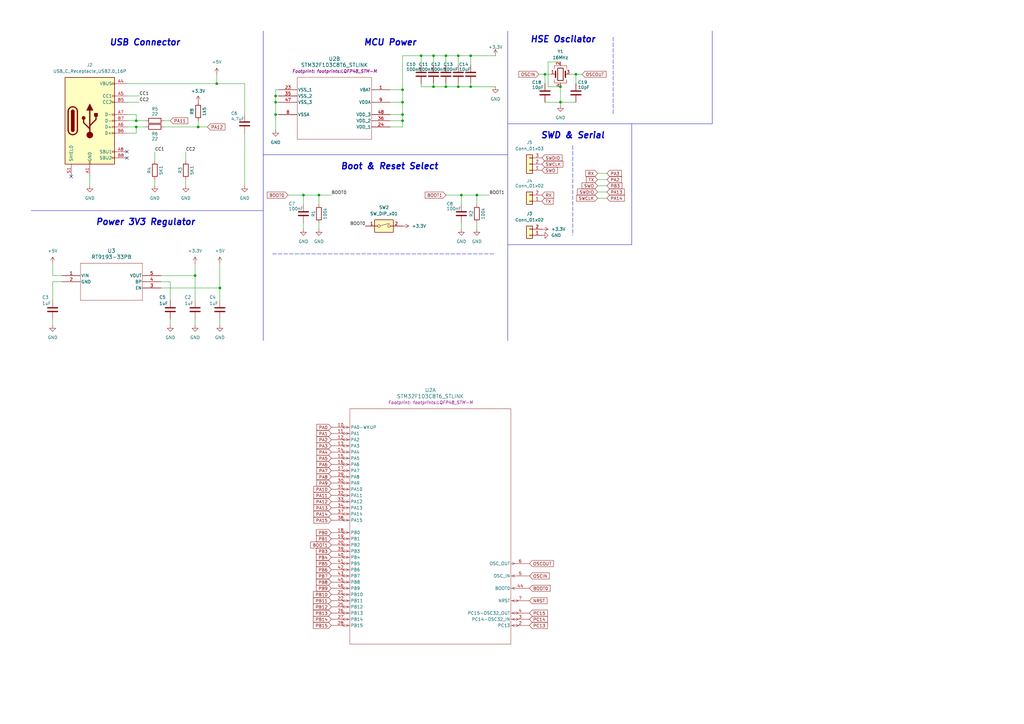
<source format=kicad_sch>
(kicad_sch (version 20250114) (generator "eeschema") (generator_version "9.0")
  (paper "A3")
  (lib_symbols
    (symbol "2025-06-20_10-13-16:STM32F103C8T6" (pin_names (offset 0.254))
      (property "Reference" "U" (at 40.64 12.7 0))
      (property "Value" "STM32F103C8T6" (at 40.64 10.16 0))
      (symbol "STM32F103C8T6_1_1"
        (pin bidirectional line (at 0 0 0) (length 7.62) (name "PA0-WKUP") (number "10"))
        (pin bidirectional line (at 0 -2.54 0) (length 7.62) (name "PA1") (number "11"))
        (pin bidirectional line (at 0 -5.08 0) (length 7.62) (name "PA2") (number "12"))
        (pin bidirectional line (at 0 -7.62 0) (length 7.62) (name "PA3") (number "13"))
        (pin bidirectional line (at 0 -10.16 0) (length 7.62) (name "PA4") (number "14"))
        (pin bidirectional line (at 0 -12.7 0) (length 7.62) (name "PA5") (number "15"))
        (pin bidirectional line (at 0 -15.24 0) (length 7.62) (name "PA6") (number "16"))
        (pin bidirectional line (at 0 -17.78 0) (length 7.62) (name "PA7") (number "17"))
        (pin bidirectional line (at 0 -20.32 0) (length 7.62) (name "PA8") (number "29"))
        (pin bidirectional line (at 0 -22.86 0) (length 7.62) (name "PA9") (number "30"))
        (pin bidirectional line (at 0 -25.4 0) (length 7.62) (name "PA10") (number "31"))
        (pin bidirectional line (at 0 -27.94 0) (length 7.62) (name "PA11") (number "32"))
        (pin bidirectional line (at 0 -30.48 0) (length 7.62) (name "PA12") (number "33"))
        (pin bidirectional line (at 0 -33.02 0) (length 7.62) (name "PA13") (number "34"))
        (pin bidirectional line (at 0 -35.56 0) (length 7.62) (name "PA14") (number "37"))
        (pin bidirectional line (at 0 -38.1 0) (length 7.62) (name "PA15") (number "38"))
        (pin bidirectional line (at 0 -43.18 0) (length 7.62) (name "PB0") (number "18"))
        (pin bidirectional line (at 0 -45.72 0) (length 7.62) (name "PB1") (number "19"))
        (pin bidirectional line (at 0 -48.26 0) (length 7.62) (name "PB2") (number "20"))
        (pin bidirectional line (at 0 -50.8 0) (length 7.62) (name "PB3") (number "39"))
        (pin bidirectional line (at 0 -53.34 0) (length 7.62) (name "PB4") (number "40"))
        (pin bidirectional line (at 0 -55.88 0) (length 7.62) (name "PB5") (number "41"))
        (pin bidirectional line (at 0 -58.42 0) (length 7.62) (name "PB6") (number "42"))
        (pin bidirectional line (at 0 -60.96 0) (length 7.62) (name "PB7") (number "43"))
        (pin bidirectional line (at 0 -63.5 0) (length 7.62) (name "PB8") (number "45"))
        (pin bidirectional line (at 0 -66.04 0) (length 7.62) (name "PB9") (number "46"))
        (pin bidirectional line (at 0 -68.58 0) (length 7.62) (name "PB10") (number "21"))
        (pin bidirectional line (at 0 -71.12 0) (length 7.62) (name "PB11") (number "22"))
        (pin bidirectional line (at 0 -73.66 0) (length 7.62) (name "PB12") (number "25"))
        (pin bidirectional line (at 0 -76.2 0) (length 7.62) (name "PB13") (number "26"))
        (pin bidirectional line (at 0 -78.74 0) (length 7.62) (name "PB14") (number "27"))
        (pin bidirectional line (at 0 -81.28 0) (length 7.62) (name "PB15") (number "28"))
        (pin output line (at 81.28 -55.88 180) (length 7.62) (name "OSC_OUT") (number "6"))
        (pin input line (at 81.28 -60.96 180) (length 7.62) (name "OSC_IN") (number "5"))
        (pin input line (at 81.28 -66.04 180) (length 7.62) (name "BOOT0") (number "44"))
        (pin bidirectional line (at 81.28 -71.12 180) (length 7.62) (name "NRST") (number "7"))
        (pin bidirectional line (at 81.28 -76.2 180) (length 7.62) (name "PC15-OSC32_OUT") (number "4"))
        (pin bidirectional line (at 81.28 -78.74 180) (length 7.62) (name "PC14-OSC32_IN") (number "3"))
        (pin bidirectional line (at 81.28 -81.28 180) (length 7.62) (name "PC13") (number "2"))
      )
      (symbol "STM32F103C8T6_2_1"
        (pin power_in line (at 0 0 0) (length 7.62) (name "VSS_1") (number "23"))
        (pin power_in line (at 0 -2.54 0) (length 7.62) (name "VSS_2") (number "35"))
        (pin power_in line (at 0 -5.08 0) (length 7.62) (name "VSS_3") (number "47"))
        (pin power_in line (at 0 -10.16 0) (length 7.62) (name "VSSA") (number "8"))
        (pin power_in line (at 45.72 0 180) (length 7.62) (name "VBAT") (number "1"))
        (pin power_in line (at 45.72 -5.08 180) (length 7.62) (name "VDDA") (number "9"))
        (pin power_in line (at 45.72 -10.16 180) (length 7.62) (name "VDD_3") (number "48"))
        (pin power_in line (at 45.72 -12.7 180) (length 7.62) (name "VDD_2") (number "36"))
        (pin power_in line (at 45.72 -15.24 180) (length 7.62) (name "VDD_1") (number "24"))
      )
    )
    (symbol "2025-06-20_11-18-11:RT9193-33PB" (pin_names (offset 0.254))
      (property "Reference" "U" (at 20.32 10.16 0))
      (property "Value" "RT9193-33PB" (at 20.32 7.62 0))
      (symbol "RT9193-33PB_0_1"
        (pin power_in line (at 0 0 0) (length 7.62) (name "VIN") (number "1"))
        (pin power_out line (at 0 -2.54 0) (length 7.62) (name "GND") (number "2"))
        (pin output line (at 40.64 0 180) (length 7.62) (name "VOUT") (number "5"))
        (pin unspecified line (at 40.64 -2.54 180) (length 7.62) (name "BP") (number "4"))
        (pin input line (at 40.64 -5.08 180) (length 7.62) (name "EN") (number "3"))
      )
    )
    (symbol "Connector:USB_C_Receptacle_USB2.0_16P" (pin_names (offset 1.016))
      (property "Reference" "J" (at 0 22.225 0))
      (property "Value" "USB_C_Receptacle_USB2.0_16P" (at 0 19.685 0))
      (symbol "USB_C_Receptacle_USB2.0_16P_1_1"
        (pin passive line (at -7.62 -22.86 90) (length 5.08) (name "SHIELD") (number "S1"))
        (pin passive line (at 0 -22.86 90) (length 5.08) (name "GND") (number "A1"))
        (pin passive line (at 0 -22.86 90) (length 5.08) (hide yes) (name "GND") (number "A12"))
        (pin passive line (at 0 -22.86 90) (length 5.08) (hide yes) (name "GND") (number "B1"))
        (pin passive line (at 0 -22.86 90) (length 5.08) (hide yes) (name "GND") (number "B12"))
        (pin passive line (at 15.24 15.24 180) (length 5.08) (name "VBUS") (number "A4"))
        (pin passive line (at 15.24 15.24 180) (length 5.08) (hide yes) (name "VBUS") (number "A9"))
        (pin passive line (at 15.24 15.24 180) (length 5.08) (hide yes) (name "VBUS") (number "B4"))
        (pin passive line (at 15.24 15.24 180) (length 5.08) (hide yes) (name "VBUS") (number "B9"))
        (pin bidirectional line (at 15.24 10.16 180) (length 5.08) (name "CC1") (number "A5"))
        (pin bidirectional line (at 15.24 7.62 180) (length 5.08) (name "CC2") (number "B5"))
        (pin bidirectional line (at 15.24 2.54 180) (length 5.08) (name "D-") (number "A7"))
        (pin bidirectional line (at 15.24 0 180) (length 5.08) (name "D-") (number "B7"))
        (pin bidirectional line (at 15.24 -2.54 180) (length 5.08) (name "D+") (number "A6"))
        (pin bidirectional line (at 15.24 -5.08 180) (length 5.08) (name "D+") (number "B6"))
        (pin bidirectional line (at 15.24 -12.7 180) (length 5.08) (name "SBU1") (number "A8"))
        (pin bidirectional line (at 15.24 -15.24 180) (length 5.08) (name "SBU2") (number "B8"))
      )
    )
    (symbol "Connector_Generic:Conn_01x02" (pin_names (offset 1.016) (hide yes))
      (property "Reference" "J" (at 0 2.54 0))
      (property "Value" "Conn_01x02" (at 0 -5.08 0))
      (symbol "Conn_01x02_1_1"
        (pin passive line (at -5.08 0 0) (length 3.81) (name "Pin_1") (number "1"))
        (pin passive line (at -5.08 -2.54 0) (length 3.81) (name "Pin_2") (number "2"))
      )
    )
    (symbol "Connector_Generic:Conn_01x03" (pin_names (offset 1.016) (hide yes))
      (property "Reference" "J" (at 0 5.08 0))
      (property "Value" "Conn_01x03" (at 0 -5.08 0))
      (symbol "Conn_01x03_1_1"
        (pin passive line (at -5.08 2.54 0) (length 3.81) (name "Pin_1") (number "1"))
        (pin passive line (at -5.08 0 0) (length 3.81) (name "Pin_2") (number "2"))
        (pin passive line (at -5.08 -2.54 0) (length 3.81) (name "Pin_3") (number "3"))
      )
    )
    (symbol "Device:C" (pin_numbers (hide yes)) (pin_names (offset 0.254))
      (property "Reference" "C" (at 0.635 2.54 0))
      (property "Value" "C" (at 0.635 -2.54 0))
      (symbol "C_1_1"
        (pin passive line (at 0 3.81 270) (length 2.794) (name "~") (number "1"))
        (pin passive line (at 0 -3.81 90) (length 2.794) (name "~") (number "2"))
      )
    )
    (symbol "Device:Crystal_GND24" (pin_names (offset 1.016) (hide yes))
      (property "Reference" "Y" (at 3.175 5.08 0))
      (property "Value" "Crystal_GND24" (at 3.175 3.175 0))
      (symbol "Crystal_GND24_1_1"
        (pin passive line (at -3.81 0 0) (length 1.27) (name "1") (number "1"))
        (pin passive line (at 0 5.08 270) (length 1.27) (name "2") (number "2"))
        (pin passive line (at 0 -5.08 90) (length 1.27) (name "4") (number "4"))
        (pin passive line (at 3.81 0 180) (length 1.27) (name "3") (number "3"))
      )
    )
    (symbol "Device:R" (pin_numbers (hide yes)) (pin_names (offset 0))
      (property "Reference" "R" (at 2.032 0 90))
      (property "Value" "R" (at 0 0 90))
      (symbol "R_1_1"
        (pin passive line (at 0 3.81 270) (length 1.27) (name "~") (number "1"))
        (pin passive line (at 0 -3.81 90) (length 1.27) (name "~") (number "2"))
      )
    )
    (symbol "Switch:SW_DIP_x01" (pin_names (offset 0) (hide yes))
      (property "Reference" "SW" (at 0 3.81 0))
      (property "Value" "SW_DIP_x01" (at 0 -3.81 0))
      (symbol "SW_DIP_x01_1_1"
        (pin passive line (at -7.62 0 0) (length 5.08) (name "~") (number "1"))
        (pin passive line (at 7.62 0 180) (length 5.08) (name "~") (number "2"))
      )
    )
    (symbol "power:+3.3V" (power) (pin_numbers (hide yes)) (pin_names (offset 0) (hide yes))
      (property "Value" "+3.3V" (at 0 3.556 0))
      (symbol "+3.3V_1_1"
        (pin power_in line (at 0 0 90) (length 0) (name "~") (number "1"))
      )
    )
    (symbol "power:+5V" (power) (pin_numbers (hide yes)) (pin_names (offset 0) (hide yes))
      (property "Value" "+5V" (at 0 3.556 0))
      (symbol "+5V_1_1"
        (pin power_in line (at 0 0 90) (length 0) (name "~") (number "1"))
      )
    )
    (symbol "power:GND" (power) (pin_numbers (hide yes)) (pin_names (offset 0) (hide yes))
      (property "Value" "GND" (at 0 -3.81 0))
      (symbol "GND_1_1"
        (pin power_in line (at 0 0 270) (length 0) (name "~") (number "1"))
      )
    )
  )
  (text "HSE Oscilator" (at 230.886 16.256 0) (effects (font (size 2.54 2.54) (thickness 0.508) (bold yes) (italic yes))))
  (text "SWD & Serial" (at 234.95 55.626 0) (effects (font (size 2.54 2.54) (thickness 0.508) (bold yes) (italic yes))))
  (text "Power 3V3 Regulator" (at 59.69 91.186 0) (effects (font (size 2.54 2.54) (thickness 0.508) (bold yes) (italic yes))))
  (text "MCU Power" (at 160.02 17.526 0) (effects (font (size 2.54 2.54) (thickness 0.508) (bold yes) (italic yes))))
  (text "Boot & Reset Select" (at 159.766 68.326 0) (effects (font (size 2.54 2.54) (thickness 0.508) (bold yes) (italic yes))))
  (text "USB Connector" (at 59.436 17.526 0) (effects (font (size 2.54 2.54) (thickness 0.508) (bold yes) (italic yes))))
  (junction (at 113.03 46.99))
  (junction (at 165.1 49.53))
  (junction (at 182.88 35.56))
  (junction (at 165.1 36.83))
  (junction (at 124.46 80.01))
  (junction (at 165.1 46.99))
  (junction (at 113.03 39.37))
  (junction (at 187.96 22.86))
  (junction (at 90.17 118.11))
  (junction (at 177.8 35.56))
  (junction (at 189.23 80.01))
  (junction (at 229.87 35.56))
  (junction (at 55.88 49.53))
  (junction (at 223.52 30.48))
  (junction (at 130.81 80.01))
  (junction (at 236.22 30.48))
  (junction (at 193.04 22.86))
  (junction (at 88.9 34.29))
  (junction (at 193.04 35.56))
  (junction (at 113.03 41.91))
  (junction (at 187.96 35.56))
  (junction (at 55.88 52.07))
  (junction (at 182.88 22.86))
  (junction (at 172.72 22.86))
  (junction (at 81.28 52.07))
  (junction (at 177.8 22.86))
  (junction (at 80.01 113.03))
  (junction (at 165.1 41.91))
  (junction (at 195.58 80.01))
  (junction (at 229.87 41.91))
  (no_connect (at 29.21 72.39))
  (no_connect (at 52.07 64.77))
  (no_connect (at 52.07 62.23))
  (polyline (pts (xy 208.28 50.8) (xy 292.1 50.8)) (stroke (width 0) (type solid)))
  (wire (pts (xy 69.85 115.57) (xy 69.85 123.19)))
  (wire (pts (xy 80.01 130.81) (xy 80.01 133.35)))
  (polyline (pts (xy 208.28 100.33) (xy 259.08 100.33)) (stroke (width 0) (type solid)))
  (wire (pts (xy 182.88 80.01) (xy 189.23 80.01)))
  (wire (pts (xy 223.52 41.91) (xy 229.87 41.91)))
  (wire (pts (xy 182.88 35.56) (xy 187.96 35.56)))
  (wire (pts (xy 76.2 62.23) (xy 76.2 66.04)))
  (wire (pts (xy 189.23 80.01) (xy 195.58 80.01)))
  (wire (pts (xy 195.58 80.01) (xy 195.58 83.82)))
  (wire (pts (xy 80.01 107.95) (xy 80.01 113.03)))
  (polyline (pts (xy 12.7 86.36) (xy 107.95 86.36)) (stroke (width 0) (type solid)))
  (wire (pts (xy 189.23 91.44) (xy 189.23 93.98)))
  (wire (pts (xy 67.31 49.53) (xy 69.85 49.53)))
  (wire (pts (xy 160.02 41.91) (xy 165.1 41.91)))
  (wire (pts (xy 52.07 49.53) (xy 55.88 49.53)))
  (wire (pts (xy 182.88 22.86) (xy 187.96 22.86)))
  (wire (pts (xy 114.3 41.91) (xy 113.03 41.91)))
  (wire (pts (xy 88.9 34.29) (xy 88.9 30.48)))
  (wire (pts (xy 124.46 91.44) (xy 124.46 93.98)))
  (wire (pts (xy 25.4 113.03) (xy 21.59 113.03)))
  (wire (pts (xy 245.11 76.2) (xy 248.92 76.2)))
  (wire (pts (xy 165.1 36.83) (xy 165.1 22.86)))
  (polyline (pts (xy 208.28 12.7) (xy 208.28 139.7)) (stroke (width 0) (type solid)))
  (wire (pts (xy 195.58 80.01) (xy 200.66 80.01)))
  (wire (pts (xy 172.72 35.56) (xy 177.8 35.56)))
  (wire (pts (xy 226.06 30.48) (xy 223.52 30.48)))
  (wire (pts (xy 55.88 54.61) (xy 55.88 52.07)))
  (wire (pts (xy 80.01 113.03) (xy 80.01 123.19)))
  (wire (pts (xy 172.72 22.86) (xy 177.8 22.86)))
  (wire (pts (xy 229.87 25.4) (xy 224.79 25.4)))
  (wire (pts (xy 245.11 78.74) (xy 248.92 78.74)))
  (wire (pts (xy 187.96 22.86) (xy 193.04 22.86)))
  (wire (pts (xy 229.87 41.91) (xy 229.87 43.18)))
  (wire (pts (xy 193.04 22.86) (xy 203.2 22.86)))
  (wire (pts (xy 36.83 72.39) (xy 36.83 76.2)))
  (wire (pts (xy 52.07 54.61) (xy 55.88 54.61)))
  (wire (pts (xy 220.98 30.48) (xy 223.52 30.48)))
  (wire (pts (xy 187.96 26.67) (xy 187.96 22.86)))
  (wire (pts (xy 113.03 39.37) (xy 113.03 41.91)))
  (wire (pts (xy 90.17 130.81) (xy 90.17 133.35)))
  (wire (pts (xy 113.03 41.91) (xy 113.03 46.99)))
  (wire (pts (xy 66.04 115.57) (xy 69.85 115.57)))
  (wire (pts (xy 100.33 46.99) (xy 100.33 34.29)))
  (wire (pts (xy 67.31 52.07) (xy 81.28 52.07)))
  (wire (pts (xy 187.96 34.29) (xy 187.96 35.56)))
  (wire (pts (xy 52.07 34.29) (xy 88.9 34.29)))
  (polyline (pts (xy 111.76 104.14) (xy 203.2 104.14)) (stroke (width 0) (type dash)))
  (wire (pts (xy 245.11 81.28) (xy 248.92 81.28)))
  (wire (pts (xy 236.22 30.48) (xy 236.22 34.29)))
  (polyline (pts (xy 234.95 59.69) (xy 234.95 96.52)) (stroke (width 0) (type dash)))
  (polyline (pts (xy 292.1 12.7) (xy 292.1 50.8)) (stroke (width 0) (type solid)))
  (wire (pts (xy 90.17 118.11) (xy 90.17 123.19)))
  (wire (pts (xy 63.5 73.66) (xy 63.5 76.2)))
  (wire (pts (xy 229.87 35.56) (xy 229.87 41.91)))
  (wire (pts (xy 160.02 49.53) (xy 165.1 49.53)))
  (polyline (pts (xy 259.08 50.8) (xy 259.08 100.33)) (stroke (width 0) (type solid)))
  (wire (pts (xy 69.85 130.81) (xy 69.85 133.35)))
  (wire (pts (xy 90.17 107.95) (xy 90.17 118.11)))
  (wire (pts (xy 66.04 113.03) (xy 80.01 113.03)))
  (wire (pts (xy 172.72 34.29) (xy 172.72 35.56)))
  (wire (pts (xy 100.33 54.61) (xy 100.33 76.2)))
  (wire (pts (xy 165.1 46.99) (xy 165.1 41.91)))
  (wire (pts (xy 182.88 34.29) (xy 182.88 35.56)))
  (wire (pts (xy 100.33 34.29) (xy 88.9 34.29)))
  (wire (pts (xy 195.58 91.44) (xy 195.58 93.98)))
  (wire (pts (xy 130.81 91.44) (xy 130.81 93.98)))
  (wire (pts (xy 114.3 46.99) (xy 113.03 46.99)))
  (wire (pts (xy 193.04 26.67) (xy 193.04 22.86)))
  (wire (pts (xy 236.22 41.91) (xy 229.87 41.91)))
  (wire (pts (xy 223.52 30.48) (xy 223.52 34.29)))
  (wire (pts (xy 25.4 115.57) (xy 21.59 115.57)))
  (wire (pts (xy 193.04 35.56) (xy 203.2 35.56)))
  (wire (pts (xy 55.88 52.07) (xy 59.69 52.07)))
  (wire (pts (xy 189.23 80.01) (xy 189.23 83.82)))
  (wire (pts (xy 177.8 26.67) (xy 177.8 22.86)))
  (wire (pts (xy 21.59 113.03) (xy 21.59 107.95)))
  (polyline (pts (xy 107.95 12.7) (xy 107.95 139.7)) (stroke (width 0) (type solid)))
  (wire (pts (xy 245.11 71.12) (xy 248.92 71.12)))
  (wire (pts (xy 130.81 80.01) (xy 135.89 80.01)))
  (wire (pts (xy 160.02 52.07) (xy 165.1 52.07)))
  (wire (pts (xy 182.88 26.67) (xy 182.88 22.86)))
  (wire (pts (xy 52.07 52.07) (xy 55.88 52.07)))
  (wire (pts (xy 118.11 80.01) (xy 124.46 80.01)))
  (wire (pts (xy 224.79 25.4) (xy 224.79 35.56)))
  (wire (pts (xy 177.8 35.56) (xy 182.88 35.56)))
  (wire (pts (xy 52.07 39.37) (xy 57.15 39.37)))
  (wire (pts (xy 63.5 62.23) (xy 63.5 66.04)))
  (wire (pts (xy 224.79 35.56) (xy 229.87 35.56)))
  (wire (pts (xy 160.02 46.99) (xy 165.1 46.99)))
  (wire (pts (xy 165.1 52.07) (xy 165.1 49.53)))
  (wire (pts (xy 66.04 118.11) (xy 90.17 118.11)))
  (wire (pts (xy 245.11 73.66) (xy 248.92 73.66)))
  (wire (pts (xy 114.3 36.83) (xy 113.03 36.83)))
  (wire (pts (xy 236.22 30.48) (xy 238.76 30.48)))
  (wire (pts (xy 165.1 22.86) (xy 172.72 22.86)))
  (wire (pts (xy 165.1 41.91) (xy 165.1 36.83)))
  (wire (pts (xy 177.8 22.86) (xy 182.88 22.86)))
  (wire (pts (xy 21.59 130.81) (xy 21.59 133.35)))
  (wire (pts (xy 55.88 49.53) (xy 59.69 49.53)))
  (wire (pts (xy 172.72 26.67) (xy 172.72 22.86)))
  (wire (pts (xy 187.96 35.56) (xy 193.04 35.56)))
  (polyline (pts (xy 107.95 63.5) (xy 208.28 63.5)) (stroke (width 0) (type solid)))
  (wire (pts (xy 233.68 30.48) (xy 236.22 30.48)))
  (wire (pts (xy 52.07 46.99) (xy 55.88 46.99)))
  (wire (pts (xy 21.59 115.57) (xy 21.59 123.19)))
  (wire (pts (xy 130.81 80.01) (xy 130.81 83.82)))
  (wire (pts (xy 114.3 39.37) (xy 113.03 39.37)))
  (wire (pts (xy 165.1 49.53) (xy 165.1 46.99)))
  (wire (pts (xy 160.02 36.83) (xy 165.1 36.83)))
  (wire (pts (xy 113.03 46.99) (xy 113.03 53.34)))
  (wire (pts (xy 124.46 80.01) (xy 124.46 83.82)))
  (wire (pts (xy 52.07 41.91) (xy 57.15 41.91)))
  (wire (pts (xy 55.88 46.99) (xy 55.88 49.53)))
  (wire (pts (xy 113.03 36.83) (xy 113.03 39.37)))
  (wire (pts (xy 124.46 80.01) (xy 130.81 80.01)))
  (wire (pts (xy 193.04 34.29) (xy 193.04 35.56)))
  (wire (pts (xy 76.2 73.66) (xy 76.2 76.2)))
  (wire (pts (xy 81.28 49.53) (xy 81.28 52.07)))
  (wire (pts (xy 81.28 52.07) (xy 85.09 52.07)))
  (wire (pts (xy 177.8 34.29) (xy 177.8 35.56)))
  (polyline (pts (xy 251.46 15.24) (xy 251.46 46.99)) (stroke (width 0) (type dash)))
  (label "BOOT0" (at 135.89 80.01 0))
  (label "CC1" (at 63.5 62.23 0))
  (label "BOOT1" (at 200.66 80.01 0))
  (label "BOOT0" (at 149.86 92.71 180))
  (label "CC1" (at 57.15 39.37 0))
  (label "CC2" (at 57.15 41.91 0))
  (label "CC2" (at 76.2 62.23 0))
  (global_label "BOOT1" (shape input) (at 182.88 80.01 180) (property "Intersheetrefs" "${INTERSHEET_REFS}" (effects (hide yes))))
  (global_label "PB11" (shape input) (at 135.89 246.38 180) (property "Intersheetrefs" "${INTERSHEET_REFS}" (effects (hide yes))))
  (global_label "PC15" (shape input) (at 217.17 251.46 0) (property "Intersheetrefs" "${INTERSHEET_REFS}" (effects (hide yes))))
  (global_label "PA2" (shape input) (at 248.92 73.66 0) (property "Intersheetrefs" "${INTERSHEET_REFS}" (effects (hide yes))))
  (global_label "PB0" (shape input) (at 135.89 218.44 180) (property "Intersheetrefs" "${INTERSHEET_REFS}" (effects (hide yes))))
  (global_label "RX" (shape input) (at 245.11 71.12 180) (property "Intersheetrefs" "${INTERSHEET_REFS}" (effects (hide yes))))
  (global_label "PA9" (shape input) (at 135.89 198.12 180) (property "Intersheetrefs" "${INTERSHEET_REFS}" (effects (hide yes))))
  (global_label "PA10" (shape input) (at 135.89 200.66 180) (property "Intersheetrefs" "${INTERSHEET_REFS}" (effects (hide yes))))
  (global_label "PA3" (shape input) (at 135.89 182.88 180) (property "Intersheetrefs" "${INTERSHEET_REFS}" (effects (hide yes))))
  (global_label "SWO" (shape input) (at 222.25 69.85 0) (property "Intersheetrefs" "${INTERSHEET_REFS}" (effects (hide yes))))
  (global_label "PB14" (shape input) (at 135.89 254 180) (property "Intersheetrefs" "${INTERSHEET_REFS}" (effects (hide yes))))
  (global_label "PB3" (shape input) (at 135.89 226.06 180) (property "Intersheetrefs" "${INTERSHEET_REFS}" (effects (hide yes))))
  (global_label "PA8" (shape input) (at 135.89 195.58 180) (property "Intersheetrefs" "${INTERSHEET_REFS}" (effects (hide yes))))
  (global_label "SWDIO" (shape input) (at 245.11 78.74 180) (property "Intersheetrefs" "${INTERSHEET_REFS}" (effects (hide yes))))
  (global_label "BOOT0" (shape input) (at 118.11 80.01 180) (property "Intersheetrefs" "${INTERSHEET_REFS}" (effects (hide yes))))
  (global_label "OSCIN" (shape input) (at 217.17 236.22 0) (property "Intersheetrefs" "${INTERSHEET_REFS}" (effects (hide yes))))
  (global_label "PB15" (shape input) (at 135.89 256.54 180) (property "Intersheetrefs" "${INTERSHEET_REFS}" (effects (hide yes))))
  (global_label "PC13" (shape input) (at 217.17 256.54 0) (property "Intersheetrefs" "${INTERSHEET_REFS}" (effects (hide yes))))
  (global_label "TX" (shape input) (at 222.25 82.55 0) (property "Intersheetrefs" "${INTERSHEET_REFS}" (effects (hide yes))))
  (global_label "PA12" (shape input) (at 85.09 52.07 0) (property "Intersheetrefs" "${INTERSHEET_REFS}" (effects (hide yes))))
  (global_label "PA0" (shape input) (at 135.89 175.26 180) (property "Intersheetrefs" "${INTERSHEET_REFS}" (effects (hide yes))))
  (global_label "PB10" (shape input) (at 135.89 243.84 180) (property "Intersheetrefs" "${INTERSHEET_REFS}" (effects (hide yes))))
  (global_label "PA5" (shape input) (at 135.89 187.96 180) (property "Intersheetrefs" "${INTERSHEET_REFS}" (effects (hide yes))))
  (global_label "PA12" (shape input) (at 135.89 205.74 180) (property "Intersheetrefs" "${INTERSHEET_REFS}" (effects (hide yes))))
  (global_label "PA6" (shape input) (at 135.89 190.5 180) (property "Intersheetrefs" "${INTERSHEET_REFS}" (effects (hide yes))))
  (global_label "PA14" (shape input) (at 135.89 210.82 180) (property "Intersheetrefs" "${INTERSHEET_REFS}" (effects (hide yes))))
  (global_label "PB12" (shape input) (at 135.89 248.92 180) (property "Intersheetrefs" "${INTERSHEET_REFS}" (effects (hide yes))))
  (global_label "SWDIO" (shape input) (at 222.25 64.77 0) (property "Intersheetrefs" "${INTERSHEET_REFS}" (effects (hide yes))))
  (global_label "SWCLK" (shape input) (at 245.11 81.28 180) (property "Intersheetrefs" "${INTERSHEET_REFS}" (effects (hide yes))))
  (global_label "PA2" (shape input) (at 135.89 180.34 180) (property "Intersheetrefs" "${INTERSHEET_REFS}" (effects (hide yes))))
  (global_label "PA14" (shape input) (at 248.92 81.28 0) (property "Intersheetrefs" "${INTERSHEET_REFS}" (effects (hide yes))))
  (global_label "TX" (shape input) (at 245.11 73.66 180) (property "Intersheetrefs" "${INTERSHEET_REFS}" (effects (hide yes))))
  (global_label "PA1" (shape input) (at 135.89 177.8 180) (property "Intersheetrefs" "${INTERSHEET_REFS}" (effects (hide yes))))
  (global_label "RX" (shape input) (at 222.25 80.01 0) (property "Intersheetrefs" "${INTERSHEET_REFS}" (effects (hide yes))))
  (global_label "PB1" (shape input) (at 135.89 220.98 180) (property "Intersheetrefs" "${INTERSHEET_REFS}" (effects (hide yes))))
  (global_label "PA3" (shape input) (at 248.92 71.12 0) (property "Intersheetrefs" "${INTERSHEET_REFS}" (effects (hide yes))))
  (global_label "PB6" (shape input) (at 135.89 233.68 180) (property "Intersheetrefs" "${INTERSHEET_REFS}" (effects (hide yes))))
  (global_label "NRST" (shape input) (at 217.17 246.38 0) (property "Intersheetrefs" "${INTERSHEET_REFS}" (effects (hide yes))))
  (global_label "SWCLK" (shape input) (at 222.25 67.31 0) (property "Intersheetrefs" "${INTERSHEET_REFS}" (effects (hide yes))))
  (global_label "BOOT1" (shape input) (at 135.89 223.52 180) (property "Intersheetrefs" "${INTERSHEET_REFS}" (effects (hide yes))))
  (global_label "PB3" (shape input) (at 248.92 76.2 0) (property "Intersheetrefs" "${INTERSHEET_REFS}" (effects (hide yes))))
  (global_label "PB13" (shape input) (at 135.89 251.46 180) (property "Intersheetrefs" "${INTERSHEET_REFS}" (effects (hide yes))))
  (global_label "PA15" (shape input) (at 135.89 213.36 180) (property "Intersheetrefs" "${INTERSHEET_REFS}" (effects (hide yes))))
  (global_label "SWO" (shape input) (at 245.11 76.2 180) (property "Intersheetrefs" "${INTERSHEET_REFS}" (effects (hide yes))))
  (global_label "BOOT0" (shape input) (at 217.17 241.3 0) (property "Intersheetrefs" "${INTERSHEET_REFS}" (effects (hide yes))))
  (global_label "PA13" (shape input) (at 135.89 208.28 180) (property "Intersheetrefs" "${INTERSHEET_REFS}" (effects (hide yes))))
  (global_label "OSCOUT" (shape input) (at 238.76 30.48 0) (property "Intersheetrefs" "${INTERSHEET_REFS}" (effects (hide yes))))
  (global_label "PA4" (shape input) (at 135.89 185.42 180) (property "Intersheetrefs" "${INTERSHEET_REFS}" (effects (hide yes))))
  (global_label "PB8" (shape input) (at 135.89 238.76 180) (property "Intersheetrefs" "${INTERSHEET_REFS}" (effects (hide yes))))
  (global_label "OSCOUT" (shape input) (at 217.17 231.14 0) (property "Intersheetrefs" "${INTERSHEET_REFS}" (effects (hide yes))))
  (global_label "PA11" (shape input) (at 135.89 203.2 180) (property "Intersheetrefs" "${INTERSHEET_REFS}" (effects (hide yes))))
  (global_label "PB4" (shape input) (at 135.89 228.6 180) (property "Intersheetrefs" "${INTERSHEET_REFS}" (effects (hide yes))))
  (global_label "OSCIN" (shape input) (at 220.98 30.48 180) (property "Intersheetrefs" "${INTERSHEET_REFS}" (effects (hide yes))))
  (global_label "PC14" (shape input) (at 217.17 254 0) (property "Intersheetrefs" "${INTERSHEET_REFS}" (effects (hide yes))))
  (global_label "PA13" (shape input) (at 248.92 78.74 0) (property "Intersheetrefs" "${INTERSHEET_REFS}" (effects (hide yes))))
  (global_label "PA7" (shape input) (at 135.89 193.04 180) (property "Intersheetrefs" "${INTERSHEET_REFS}" (effects (hide yes))))
  (global_label "PA11" (shape input) (at 69.85 49.53 0) (property "Intersheetrefs" "${INTERSHEET_REFS}" (effects (hide yes))))
  (global_label "PB9" (shape input) (at 135.89 241.3 180) (property "Intersheetrefs" "${INTERSHEET_REFS}" (effects (hide yes))))
  (global_label "PB5" (shape input) (at 135.89 231.14 180) (property "Intersheetrefs" "${INTERSHEET_REFS}" (effects (hide yes))))
  (global_label "PB7" (shape input) (at 135.89 236.22 180) (property "Intersheetrefs" "${INTERSHEET_REFS}" (effects (hide yes))))
  (symbol (lib_id "power:GND") (at 189.23 93.98 0) (unit 1)
    (property "Reference" "#PWR020" (effects (hide yes)))
    (property "Value" "GND" (at 189.23 99.06 0))
    (property "Description" "Power symbol creates a global label with name \"GND\" , ground" (effects (hide yes)))
  )
  (symbol (lib_id "power:+3.3V") (at 81.28 41.91 0) (unit 1)
    (property "Reference" "#PWR030" (effects (hide yes)))
    (property "Value" "+3.3V" (at 81.28 37.338 0))
    (property "Description" "Power symbol creates a global label with name \"+3.3V\"" (effects (hide yes)))
  )
  (symbol (lib_id "power:+5V") (at 88.9 30.48 0) (unit 1)
    (property "Reference" "#PWR014" (effects (hide yes)))
    (property "Value" "+5V" (at 88.9 25.4 0))
    (property "Description" "Power symbol creates a global label with name \"+5V\"" (effects (hide yes)))
  )
  (symbol (lib_id "2025-06-20_10-13-16:STM32F103C8T6") (at 114.3 36.83 0) (unit 2)
    (property "Reference" "U2" (at 137.16 24.13 0) (effects (font (size 1.524 1.524))))
    (property "Value" "STM32F103C8T6_STLINK" (at 137.16 26.67 0) (effects (font (size 1.524 1.524))))
    (property "Footprint" "footprints:LQFP48_STM-M" (at 137.16 29.21 0) (show_name yes) (effects (font (italic yes))))
    (property "Datasheet" "STM32F103C8T6" (effects (hide yes)))
  )
  (symbol (lib_id "power:GND") (at 21.59 133.35 0) (unit 1)
    (property "Reference" "#PWR09" (effects (hide yes)))
    (property "Value" "GND" (at 21.59 138.43 0))
    (property "Description" "Power symbol creates a global label with name \"GND\" , ground" (effects (hide yes)))
  )
  (symbol (lib_id "power:+5V") (at 21.59 107.95 0) (unit 1)
    (property "Reference" "#PWR08" (effects (hide yes)))
    (property "Value" "+5V" (at 21.59 102.87 0))
    (property "Description" "Power symbol creates a global label with name \"+5V\"" (effects (hide yes)))
  )
  (symbol (lib_id "2025-06-20_11-18-11:RT9193-33PB") (at 25.4 113.03 0) (unit 1)
    (property "Reference" "U3" (at 45.72 102.87 0) (effects (font (size 1.524 1.524))))
    (property "Value" "RT9193-33PB" (at 45.72 105.41 0) (effects (font (size 1.524 1.524))))
    (property "Footprint" "ul_RT9193-33PB:SC-70-5_RIT" (effects (hide yes)))
    (property "Datasheet" "RT9193-33PB" (effects (hide yes)))
  )
  (symbol (lib_id "Device:C") (at 193.04 30.48 0) (unit 1)
    (property "Reference" "C14" (at 188.214 26.416 0) (effects (justify left)))
    (property "Value" "10uF" (at 188.214 28.448 0) (effects (justify left)))
    (property "Footprint" "Capacitor_SMD:C_0201_0603Metric" (effects (hide yes)))
    (property "Description" "Unpolarized capacitor" (effects (hide yes)))
  )
  (symbol (lib_id "power:+3.3V") (at 165.1 92.71 270) (unit 1)
    (property "Reference" "#PWR026" (effects (hide yes)))
    (property "Value" "+3.3V" (at 168.91 92.7099 90) (effects (justify left)))
    (property "Description" "Power symbol creates a global label with name \"+3.3V\"" (effects (hide yes)))
  )
  (symbol (lib_id "Device:C") (at 100.33 50.8 0) (unit 1)
    (property "Reference" "C6" (at 94.742 46.482 0) (effects (justify left)))
    (property "Value" "4.7uF" (at 94.742 48.768 0) (effects (justify left)))
    (property "Footprint" "Capacitor_SMD:C_0201_0603Metric" (effects (hide yes)))
    (property "Description" "Unpolarized capacitor" (effects (hide yes)))
  )
  (symbol (lib_id "power:GND") (at 222.25 96.52 90) (unit 1)
    (property "Reference" "#PWR033" (effects (hide yes)))
    (property "Value" "GND" (at 226.06 96.5199 90) (effects (justify right)))
    (property "Description" "Power symbol creates a global label with name \"GND\" , ground" (effects (hide yes)))
  )
  (symbol (lib_id "Connector_Generic:Conn_01x02") (at 217.17 96.52 180) (unit 1)
    (property "Reference" "J3" (at 217.17 87.63 0))
    (property "Value" "Conn_01x02" (at 217.17 90.17 0))
    (property "Footprint" "Connector_PinHeader_2.54mm:PinHeader_1x02_P2.54mm_Vertical" (effects (hide yes)))
    (property "Description" "Generic connector, single row, 01x02, script generated (kicad-library-utils/schlib/autogen/connector/)" (effects (hide yes)))
  )
  (symbol (lib_id "power:+3.3V") (at 203.2 22.86 0) (unit 1)
    (property "Reference" "#PWR025" (effects (hide yes)))
    (property "Value" "+3.3V" (at 203.2 19.304 0))
    (property "Description" "Power symbol creates a global label with name \"+3.3V\"" (effects (hide yes)))
  )
  (symbol (lib_id "power:GND") (at 130.81 93.98 0) (unit 1)
    (property "Reference" "#PWR04" (effects (hide yes)))
    (property "Value" "GND" (at 130.81 99.06 0))
    (property "Description" "Power symbol creates a global label with name \"GND\" , ground" (effects (hide yes)))
  )
  (symbol (lib_id "Device:C") (at 177.8 30.48 0) (unit 1)
    (property "Reference" "C11" (at 171.704 26.416 0) (effects (justify left)))
    (property "Value" "100nF" (at 171.704 28.448 0) (effects (justify left)))
    (property "Footprint" "Capacitor_SMD:C_0201_0603Metric" (effects (hide yes)))
    (property "Description" "Unpolarized capacitor" (effects (hide yes)))
  )
  (symbol (lib_id "Device:R") (at 63.5 49.53 90) (unit 1)
    (property "Reference" "R5" (at 63.5 44.704 90))
    (property "Value" "22" (at 63.5 46.736 90))
    (property "Footprint" "Resistor_SMD:R_0201_0603Metric" (effects (hide yes)))
    (property "Description" "Resistor" (effects (hide yes)))
  )
  (symbol (lib_id "Device:C") (at 69.85 127 0) (unit 1)
    (property "Reference" "C5" (at 65.278 121.92 0) (effects (justify left)))
    (property "Value" "1uF" (at 65.278 124.46 0) (effects (justify left)))
    (property "Footprint" "Capacitor_SMD:C_0201_0603Metric" (effects (hide yes)))
    (property "Description" "Unpolarized capacitor" (effects (hide yes)))
  )
  (symbol (lib_id "power:GND") (at 113.03 53.34 0) (unit 1)
    (property "Reference" "#PWR02" (effects (hide yes)))
    (property "Value" "GND" (at 113.03 58.42 0))
    (property "Description" "Power symbol creates a global label with name \"GND\" , ground" (effects (hide yes)))
  )
  (symbol (lib_id "Device:C") (at 90.17 127 0) (unit 1)
    (property "Reference" "C4" (at 85.852 121.92 0) (effects (justify left)))
    (property "Value" "1uF" (at 85.852 124.46 0) (effects (justify left)))
    (property "Footprint" "Capacitor_SMD:C_0201_0603Metric" (effects (hide yes)))
    (property "Description" "Unpolarized capacitor" (effects (hide yes)))
  )
  (symbol (lib_id "Device:R") (at 130.81 87.63 180) (unit 1)
    (property "Reference" "R1" (at 128.524 87.63 90))
    (property "Value" "100k" (at 133.35 87.63 90))
    (property "Footprint" "Resistor_SMD:R_0201_0603Metric" (effects (hide yes)))
    (property "Description" "Resistor" (effects (hide yes)))
  )
  (symbol (lib_id "Device:C") (at 172.72 30.48 0) (unit 1)
    (property "Reference" "C10" (at 166.624 26.416 0) (effects (justify left)))
    (property "Value" "100nF" (at 166.624 28.448 0) (effects (justify left)))
    (property "Footprint" "Capacitor_SMD:C_0201_0603Metric" (effects (hide yes)))
    (property "Description" "Unpolarized capacitor" (effects (hide yes)))
  )
  (symbol (lib_id "power:GND") (at 76.2 76.2 0) (unit 1)
    (property "Reference" "#PWR016" (effects (hide yes)))
    (property "Value" "GND" (at 76.2 81.28 0))
    (property "Description" "Power symbol creates a global label with name \"GND\" , ground" (effects (hide yes)))
  )
  (symbol (lib_id "power:GND") (at 36.83 76.2 0) (unit 1)
    (property "Reference" "#PWR018" (effects (hide yes)))
    (property "Value" "GND" (at 36.83 81.28 0))
    (property "Description" "Power symbol creates a global label with name \"GND\" , ground" (effects (hide yes)))
  )
  (symbol (lib_id "Device:C") (at 182.88 30.48 0) (unit 1)
    (property "Reference" "C12" (at 176.784 26.416 0) (effects (justify left)))
    (property "Value" "100nF" (at 176.784 28.448 0) (effects (justify left)))
    (property "Footprint" "Capacitor_SMD:C_0201_0603Metric" (effects (hide yes)))
    (property "Description" "Unpolarized capacitor" (effects (hide yes)))
  )
  (symbol (lib_id "Device:C") (at 124.46 87.63 0) (unit 1)
    (property "Reference" "C7" (at 118.364 83.566 0) (effects (justify left)))
    (property "Value" "100nF" (at 118.364 85.598 0) (effects (justify left)))
    (property "Footprint" "Capacitor_SMD:C_0201_0603Metric" (effects (hide yes)))
    (property "Description" "Unpolarized capacitor" (effects (hide yes)))
  )
  (symbol (lib_id "power:GND") (at 229.87 43.18 0) (unit 1)
    (property "Reference" "#PWR031" (effects (hide yes)))
    (property "Value" "GND" (at 229.87 48.26 0))
    (property "Description" "Power symbol creates a global label with name \"GND\" , ground" (effects (hide yes)))
  )
  (symbol (lib_id "Device:C") (at 80.01 127 0) (unit 1)
    (property "Reference" "C2" (at 75.692 121.92 0) (effects (justify left)))
    (property "Value" "1uF" (at 75.692 124.46 0) (effects (justify left)))
    (property "Footprint" "Capacitor_SMD:C_0201_0603Metric" (effects (hide yes)))
    (property "Description" "Unpolarized capacitor" (effects (hide yes)))
  )
  (symbol (lib_id "power:GND") (at 100.33 76.2 0) (unit 1)
    (property "Reference" "#PWR019" (effects (hide yes)))
    (property "Value" "GND" (at 100.33 81.28 0))
    (property "Description" "Power symbol creates a global label with name \"GND\" , ground" (effects (hide yes)))
  )
  (symbol (lib_id "Device:R") (at 81.28 45.72 0) (unit 1)
    (property "Reference" "R8" (at 78.74 45.72 90))
    (property "Value" "1k5" (at 83.82 45.72 90))
    (property "Footprint" "Resistor_SMD:R_0201_0603Metric" (effects (hide yes)))
    (property "Description" "Resistor" (effects (hide yes)))
  )
  (symbol (lib_id "power:+5V") (at 90.17 107.95 0) (unit 1)
    (property "Reference" "#PWR07" (effects (hide yes)))
    (property "Value" "+5V" (at 90.17 102.87 0))
    (property "Description" "Power symbol creates a global label with name \"+5V\"" (effects (hide yes)))
  )
  (symbol (lib_id "power:+3.3V") (at 222.25 93.98 270) (unit 1)
    (property "Reference" "#PWR017" (effects (hide yes)))
    (property "Value" "+3.3V" (at 226.06 93.9799 90) (effects (justify left)))
    (property "Description" "Power symbol creates a global label with name \"+3.3V\"" (effects (hide yes)))
  )
  (symbol (lib_id "Device:R") (at 63.5 69.85 180) (unit 1)
    (property "Reference" "R4" (at 61.214 69.85 90))
    (property "Value" "5K1" (at 66.04 69.85 90))
    (property "Footprint" "Resistor_SMD:R_0201_0603Metric" (effects (hide yes)))
    (property "Description" "Resistor" (effects (hide yes)))
  )
  (symbol (lib_id "Connector_Generic:Conn_01x02") (at 217.17 82.55 180) (unit 1)
    (property "Reference" "J4" (at 217.17 74.168 0))
    (property "Value" "Conn_01x02" (at 217.17 76.2 0))
    (property "Footprint" "Connector_PinHeader_2.54mm:PinHeader_1x02_P2.54mm_Vertical" (effects (hide yes)))
    (property "Description" "Generic connector, single row, 01x02, script generated (kicad-library-utils/schlib/autogen/connector/)" (effects (hide yes)))
  )
  (symbol (lib_id "Device:C") (at 236.22 38.1 0) (unit 1)
    (property "Reference" "C19" (at 236.982 33.782 0) (effects (justify left)))
    (property "Value" "10pF" (at 236.982 35.814 0) (effects (justify left)))
    (property "Footprint" "Capacitor_SMD:C_0201_0603Metric" (effects (hide yes)))
    (property "Description" "Unpolarized capacitor" (effects (hide yes)))
  )
  (symbol (lib_id "Device:C") (at 21.59 127 0) (unit 1)
    (property "Reference" "C3" (at 17.272 121.92 0) (effects (justify left)))
    (property "Value" "1uF" (at 17.272 124.46 0) (effects (justify left)))
    (property "Footprint" "Capacitor_SMD:C_0201_0603Metric" (effects (hide yes)))
    (property "Description" "Unpolarized capacitor" (effects (hide yes)))
  )
  (symbol (lib_id "power:GND") (at 69.85 133.35 0) (unit 1)
    (property "Reference" "#PWR013" (effects (hide yes)))
    (property "Value" "GND" (at 69.85 138.43 0))
    (property "Description" "Power symbol creates a global label with name \"GND\" , ground" (effects (hide yes)))
  )
  (symbol (lib_id "Connector_Generic:Conn_01x03") (at 217.17 67.31 180) (unit 1)
    (property "Reference" "J5" (at 217.17 58.42 0))
    (property "Value" "Conn_01x03" (at 217.17 60.96 0))
    (property "Footprint" "Connector_PinHeader_2.54mm:PinHeader_1x03_P2.54mm_Vertical" (effects (hide yes)))
    (property "Description" "Generic connector, single row, 01x03, script generated (kicad-library-utils/schlib/autogen/connector/)" (effects (hide yes)))
  )
  (symbol (lib_id "Connector:USB_C_Receptacle_USB2.0_16P") (at 36.83 49.53 0) (unit 1)
    (property "Reference" "J2" (at 36.83 26.67 0))
    (property "Value" "USB_C_Receptacle_USB2.0_16P" (at 36.83 29.21 0))
    (property "Footprint" "Connector_USB:USB_C_Receptacle_GCT_USB4105-xx-A_16P_TopMnt_Horizontal" (effects (hide yes)))
    (property "Datasheet" "https://www.usb.org/sites/default/files/documents/usb_type-c.zip" (effects (hide yes)))
    (property "Description" "USB 2.0-only 16P Type-C Receptacle connector" (effects (hide yes)))
  )
  (symbol (lib_id "power:GND") (at 80.01 133.35 0) (unit 1)
    (property "Reference" "#PWR010" (effects (hide yes)))
    (property "Value" "GND" (at 80.01 138.43 0))
    (property "Description" "Power symbol creates a global label with name \"GND\" , ground" (effects (hide yes)))
  )
  (symbol (lib_id "power:+3.3V") (at 80.01 107.95 0) (unit 1)
    (property "Reference" "#PWR06" (effects (hide yes)))
    (property "Value" "+3.3V" (at 80.01 102.87 0))
    (property "Description" "Power symbol creates a global label with name \"+3.3V\"" (effects (hide yes)))
  )
  (symbol (lib_id "Device:C") (at 187.96 30.48 0) (unit 1)
    (property "Reference" "C13" (at 181.864 26.416 0) (effects (justify left)))
    (property "Value" "100nF" (at 181.864 28.448 0) (effects (justify left)))
    (property "Footprint" "Capacitor_SMD:C_0201_0603Metric" (effects (hide yes)))
    (property "Description" "Unpolarized capacitor" (effects (hide yes)))
  )
  (symbol (lib_id "Switch:SW_DIP_x01") (at 157.48 92.71 0) (unit 1)
    (property "Reference" "SW2" (at 157.48 85.09 0))
    (property "Value" "SW_DIP_x01" (at 157.48 87.63 0))
    (property "Footprint" "Button_Switch_THT:SW_DIP_SPSTx01_Slide_9.78x4.72mm_W7.62mm_P2.54mm" (effects (hide yes)))
    (property "Description" "1x DIP Switch, Single Pole Single Throw (SPST) switch, small symbol" (effects (hide yes)))
  )
  (symbol (lib_id "Device:R") (at 195.58 87.63 180) (unit 1)
    (property "Reference" "R2" (at 193.294 87.63 90))
    (property "Value" "100k" (at 198.12 87.63 90))
    (property "Footprint" "Resistor_SMD:R_0201_0603Metric" (effects (hide yes)))
    (property "Description" "Resistor" (effects (hide yes)))
  )
  (symbol (lib_id "Device:Crystal_GND24") (at 229.87 30.48 0) (unit 1)
    (property "Reference" "Y1" (at 229.87 21.082 0))
    (property "Value" "16MHz" (at 229.87 23.622 0))
    (property "Footprint" "Crystal:Crystal_SMD_5032-4Pin_5.0x3.2mm" (effects (hide yes)))
    (property "Description" "Four pin crystal, GND on pins 2 and 4" (effects (hide yes)))
  )
  (symbol (lib_id "Device:C") (at 189.23 87.63 0) (unit 1)
    (property "Reference" "C8" (at 183.134 83.566 0) (effects (justify left)))
    (property "Value" "100nF" (at 183.134 85.598 0) (effects (justify left)))
    (property "Footprint" "Capacitor_SMD:C_0201_0603Metric" (effects (hide yes)))
    (property "Description" "Unpolarized capacitor" (effects (hide yes)))
  )
  (symbol (lib_id "power:GND") (at 90.17 133.35 0) (unit 1)
    (property "Reference" "#PWR012" (effects (hide yes)))
    (property "Value" "GND" (at 90.17 138.43 0))
    (property "Description" "Power symbol creates a global label with name \"GND\" , ground" (effects (hide yes)))
  )
  (symbol (lib_id "Device:R") (at 76.2 69.85 180) (unit 1)
    (property "Reference" "R3" (at 73.914 69.85 90))
    (property "Value" "5K1" (at 78.74 69.85 90))
    (property "Footprint" "Resistor_SMD:R_0201_0603Metric" (effects (hide yes)))
    (property "Description" "Resistor" (effects (hide yes)))
  )
  (symbol (lib_id "power:GND") (at 203.2 35.56 0) (unit 1)
    (property "Reference" "#PWR03" (effects (hide yes)))
    (property "Value" "GND" (at 203.2 40.64 0))
    (property "Description" "Power symbol creates a global label with name \"GND\" , ground" (effects (hide yes)))
  )
  (symbol (lib_id "power:GND") (at 195.58 93.98 0) (unit 1)
    (property "Reference" "#PWR021" (effects (hide yes)))
    (property "Value" "GND" (at 195.58 99.06 0))
    (property "Description" "Power symbol creates a global label with name \"GND\" , ground" (effects (hide yes)))
  )
  (symbol (lib_id "power:GND") (at 63.5 76.2 0) (unit 1)
    (property "Reference" "#PWR015" (effects (hide yes)))
    (property "Value" "GND" (at 63.5 81.28 0))
    (property "Description" "Power symbol creates a global label with name \"GND\" , ground" (effects (hide yes)))
  )
  (symbol (lib_id "2025-06-20_10-13-16:STM32F103C8T6") (at 135.89 175.26 0) (unit 1)
    (property "Reference" "U2" (at 176.53 160.02 0) (effects (font (size 1.524 1.524))))
    (property "Value" "STM32F103C8T6_STLINK" (at 176.53 162.56 0) (effects (font (size 1.524 1.524))))
    (property "Footprint" "footprints:LQFP48_STM-M" (at 176.53 165.1 0) (show_name yes) (effects (font (italic yes))))
    (property "Datasheet" "STM32F103C8T6" (effects (hide yes)))
  )
  (symbol (lib_id "Device:R") (at 63.5 52.07 270) (unit 1)
    (property "Reference" "R6" (at 63.5 54.864 90))
    (property "Value" "22" (at 63.5 56.896 90))
    (property "Footprint" "Resistor_SMD:R_0201_0603Metric" (effects (hide yes)))
    (property "Description" "Resistor" (effects (hide yes)))
  )
  (symbol (lib_id "Device:C") (at 223.52 38.1 0) (unit 1)
    (property "Reference" "C18" (at 218.186 33.782 0) (effects (justify left)))
    (property "Value" "10pF" (at 218.186 35.814 0) (effects (justify left)))
    (property "Footprint" "Capacitor_SMD:C_0201_0603Metric" (effects (hide yes)))
    (property "Description" "Unpolarized capacitor" (effects (hide yes)))
  )
  (symbol (lib_id "power:GND") (at 124.46 93.98 0) (unit 1)
    (property "Reference" "#PWR05" (effects (hide yes)))
    (property "Value" "GND" (at 124.46 99.06 0))
    (property "Description" "Power symbol creates a global label with name \"GND\" , ground" (effects (hide yes)))
  )
)
</source>
